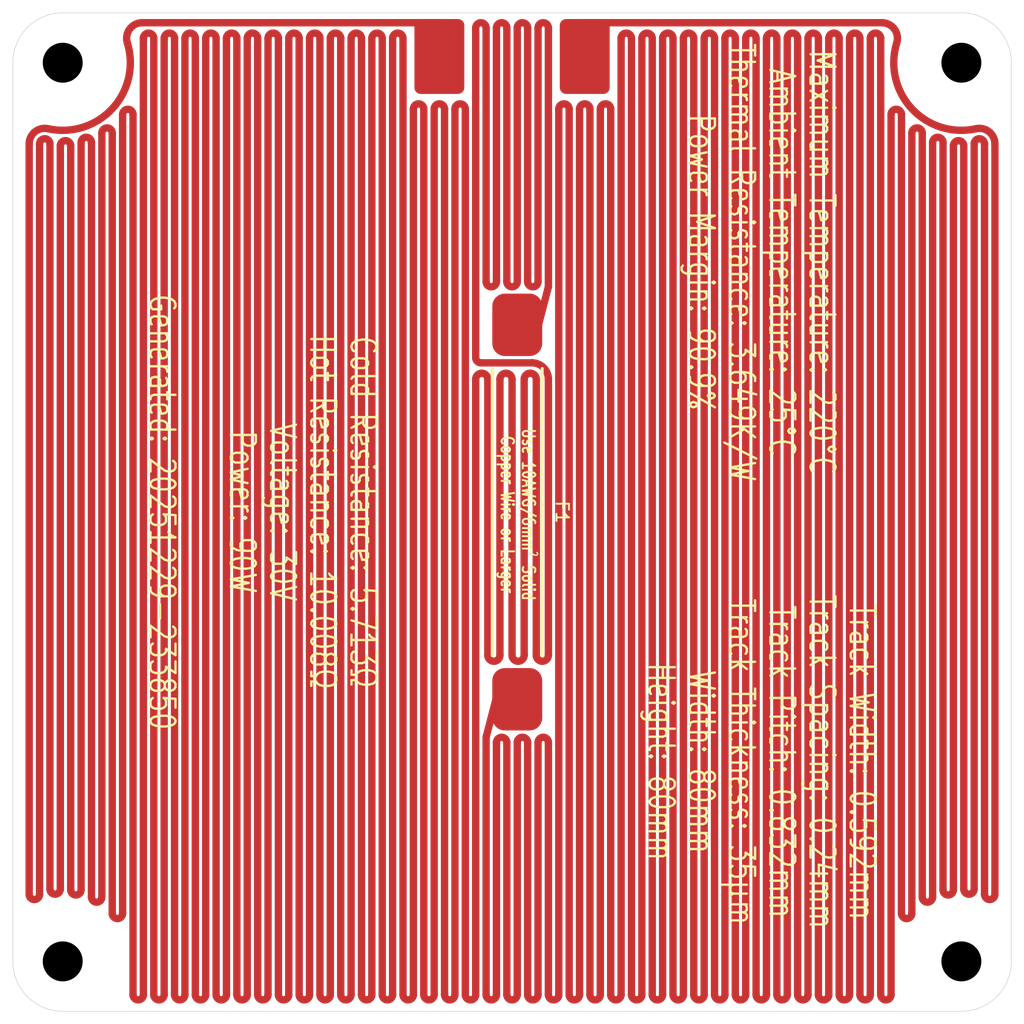
<source format=kicad_pcb>
(kicad_pcb (version 20241229) (generator "pcbnew") (generator_version "9.0")
  (layers (0 "F.Cu" signal) (2 "B.Cu" signal) (13 "F.Paste" user) (15 "B.Paste" user) (5 "F.SilkS" user "F.Silkscreen") (7 "B.SilkS" user "B.Silkscreen") (1 "F.Mask" user) (3 "B.Mask" user) (25 "Edge.Cuts" user))
  (net 0 "")
  (net 1 "Net-(J2-Pin_1)")
  (net 2 "Net-(J1-Pin_1)")
  (footprint "blg:MountingHole_3.2mm_M3_NoPad_TopLarge" (layer "F.Cu") (at 141 69)
    (property "Reference" "REF**" (hide yes))
    (property "Value" "MountingHole_3.2mm_M3_NoPad_TopLarge" (hide yes))
    (pad "" np_thru_hole circle (at 0 0) (size 7.6 7.6) (drill 3.2) (layers))
  )
  (footprint "blg:SMD_PowerConnection_4x6mm" (layer "F.Cu") (at 110.824 68.5 -90)
    (property "Reference" "J2" (hide yes))
    (property "Value" "Hotplate_Power_Connection" (hide yes))
    (pad "1" smd roundrect (at 0 0 270) (size 6 4) (layers "F.Cu" "F.Mask" "F.Paste") (roundrect_rratio 0.125) (net 1 "Net-(J2-Pin_1)"))
  )
  (footprint "blg:MountingHole_3.2mm_M3_NoPad_TopLarge" (layer "F.Cu") (at 69 141)
    (property "Reference" "REF**" (hide yes))
    (property "Value" "MountingHole_3.2mm_M3_NoPad_TopLarge" (hide yes))
    (pad "" np_thru_hole circle (at 0 0) (size 7.6 7.6) (drill 3.2) (layers))
  )
  (footprint "blg:MountingHole_3.2mm_M3_NoPad_TopLarge" (layer "F.Cu") (at 141 141)
    (property "Reference" "REF**" (hide yes))
    (property "Value" "MountingHole_3.2mm_M3_NoPad_TopLarge" (hide yes))
    (pad "" np_thru_hole circle (at 0 0) (size 7.6 7.6) (drill 3.2) (layers))
  )
  (footprint "blg:SMD_PowerConnection_4x6mm" (layer "F.Cu") (at 99.176 68.5 -90)
    (property "Reference" "J1" (hide yes))
    (property "Value" "Hotplate_Power_Connection" (hide yes))
    (pad "1" smd roundrect (at 0 0 270) (size 6 4) (layers "F.Cu" "F.Mask" "F.Paste") (roundrect_rratio 0.125) (net 2 "Net-(J1-Pin_1)"))
  )
  (footprint "blg:Thermal Fuse, SN100C, Front, 35mm" (layer "F.Cu") (at 105.416 105 -90)
    (property "Reference" "F1" (at 0 -3.6 270) (layer "F.SilkS"))
    (property "Value" "~")
    (fp_line (start -11.5 2) (end 11.5 2) (stroke (width 0.25)) (layer "F.SilkS"))
    (fp_line (start -11.5 -2) (end 11.5 -2) (stroke (width 0.25)) (layer "F.SilkS"))
    (fp_text user "Use 10AWG/6mm  Solid" (at 0.2 -0.9 270) (layer "F.SilkS") (effects (font (size 1 0.75))))
    (fp_text user "2" (at 3.35 -1.3 270) (layer "F.SilkS") (effects (font (size 0.6 0.4) (thickness 0.1))))
    (fp_text user "Copper Wire or Larger" (at 0.2 0.8 270) (layer "F.SilkS") (effects (font (size 1 0.75))))
    (pad "1" smd roundrect (at -15 0 270) (size 5 4) (layers "F.Cu" "F.Mask") (net 2 "Net-(J1-Pin_1)"))
    (pad "2" smd roundrect (at 15 0 270) (size 5 4) (layers "F.Cu" "F.Mask") (net 1 "Net-(J2-Pin_1)"))
  )
  (footprint "blg:MountingHole_3.2mm_M3_NoPad_TopLarge" (layer "F.Cu") (at 69 69)
    (property "Reference" "REF**" (hide yes))
    (property "Value" "MountingHole_3.2mm_M3_NoPad_TopLarge" (hide yes))
    (pad "" np_thru_hole circle (at 0 0) (size 7.6 7.6) (drill 3.2) (layers))
  )
  (gr_arc (start 65 69) (mid 66.171573 66.171573) (end 69 65) (stroke (width 0.05)) (layer "Edge.Cuts"))
  (gr_line (start 145 69) (end 145 141) (stroke (width 0.05)) (layer "Edge.Cuts"))
  (gr_arc (start 69 145) (mid 66.171573 143.828427) (end 65 141) (stroke (width 0.05)) (layer "Edge.Cuts"))
  (gr_line (start 69 145) (end 141 145) (stroke (width 0.05)) (layer "Edge.Cuts"))
  (gr_line (start 65 69) (end 65 141) (stroke (width 0.05)) (layer "Edge.Cuts"))
  (gr_arc (start 145 141) (mid 143.828427 143.828427) (end 141 145) (stroke (width 0.05)) (layer "Edge.Cuts"))
  (gr_arc (start 141 65) (mid 143.828427 66.171573) (end 145 69) (stroke (width 0.05)) (layer "Edge.Cuts"))
  (gr_line (start 69 65) (end 141 65) (stroke (width 0.05)) (layer "Edge.Cuts"))
  (gr_text "Track Width: 0.592mm\nTrack Spacing: 0.24mm\nTrack Pitch: 0.832mm\nTrack Thickness: 35µm\nWidth: 80mm\nHeight: 80mm" (at 125 125 270) (layer "F.SilkS") (effects (font (size 2 1.5) (thickness 0.1875))))
  (gr_text "Maximum Temperature: 220°C\nAmbient Temperature: 25°C\nThermal Resistance: 3.649K/W\nPower Margin: 90.9%" (at 125 85 270) (layer "F.SilkS") (effects (font (size 2 1.5) (thickness 0.1875))))
  (gr_text "Cold Resistance: 5.713Ω\nHot Resistance: 10.008Ω\nVoltage: 30V\nPower: 90W\n\nGenerated: 20251229-233850" (at 85 105 270) (layer "F.SilkS") (effects (font (size 2 1.5) (thickness 0.1875))))
  (segment (start 134.629524 65.795999) (end 110.824 65.795999) (width 0.592) (layer "F.Cu") (net 1))
  (segment (start 109.576 72.712) (end 109.576 143.667999) (width 0.592) (layer "F.Cu") (net 1))
  (segment (start 112.071999 143.667999) (end 112.071999 72.712) (width 0.592) (layer "F.Cu") (net 1))
  (segment (start 106.247999 123.461999) (end 106.247999 143.667999) (width 0.592) (layer "F.Cu") (net 1))
  (segment (start 113.735999 143.667999) (end 113.735999 67.044) (width 0.592) (layer "F.Cu") (net 1))
  (segment (start 138.696 135.841141) (end 138.696 75.390958) (width 0.592) (layer "F.Cu") (net 1))
  (segment (start 123.72 143.667999) (end 123.72 67.044) (width 0.592) (layer "F.Cu") (net 1))
  (segment (start 110.824 65.795999) (end 110.824 68.499999) (width 0.592) (layer "F.Cu") (net 1))
  (segment (start 130.376 143.667999) (end 130.376 67.044) (width 0.592) (layer "F.Cu") (net 1))
  (segment (start 143.688 135.628758) (end 143.688 75.506557) (width 0.592) (layer "F.Cu") (net 1))
  (segment (start 105.416 143.667999) (end 105.416 123.461999) (width 0.592) (layer "F.Cu") (net 1))
  (segment (start 141.191999 75.660234) (end 141.191999 135.199779) (width 0.592) (layer "F.Cu") (net 1))
  (segment (start 117.896 67.044) (end 117.896 143.667999) (width 0.592) (layer "F.Cu") (net 1))
  (segment (start 139.528 75.390958) (end 139.528 135.264401) (width 0.592) (layer "F.Cu") (net 1))
  (segment (start 121.224 67.044) (end 121.224 143.667999) (width 0.592) (layer "F.Cu") (net 1))
  (segment (start 119.56 67.044) (end 119.56 143.667999) (width 0.592) (layer "F.Cu") (net 1))
  (segment (start 104.584 123.461999) (end 104.584 143.667999) (width 0.592) (layer "F.Cu") (net 1))
  (segment (start 131.208 67.044) (end 131.208 143.667999) (width 0.592) (layer "F.Cu") (net 1))
  (segment (start 112.904 72.712) (end 112.904 143.667999) (width 0.592) (layer "F.Cu") (net 1))
  (segment (start 117.064 143.667999) (end 117.064 67.044) (width 0.592) (layer "F.Cu") (net 1))
  (segment (start 115.399999 143.667999) (end 115.399999 67.044) (width 0.592) (layer "F.Cu") (net 1))
  (segment (start 135.368 143.667999) (end 135.368 73.147558) (width 0.592) (layer "F.Cu") (net 1))
  (segment (start 107.08 143.667999) (end 107.08 123.461999) (width 0.592) (layer "F.Cu") (net 1))
  (segment (start 133.703999 143.667999) (end 133.703999 67.044) (width 0.592) (layer "F.Cu") (net 1))
  (segment (start 137.863999 74.638456) (end 137.863999 135.841141) (width 0.592) (layer "F.Cu") (net 1))
  (segment (start 103.752 143.667999) (end 103.752 123.461999) (width 0.592) (layer "F.Cu") (net 1))
  (segment (start 129.543999 67.044) (end 129.543999 143.667999) (width 0.592) (layer "F.Cu") (net 1))
  (segment (start 116.231999 67.044) (end 116.231999 143.667999) (width 0.592) (layer "F.Cu") (net 1))
  (segment (start 102.92 123.045999) (end 103.712 120) (width 0.592) (layer "F.Cu") (net 1))
  (segment (start 142.856 75.506557) (end 142.856 135.628758) (width 0.592) (layer "F.Cu") (net 1))
  (segment (start 132.039999 143.667999) (end 132.039999 67.044) (width 0.592) (layer "F.Cu") (net 1))
  (segment (start 122.887999 67.044) (end 122.887999 143.667999) (width 0.592) (layer "F.Cu") (net 1))
  (segment (start 128.711999 143.667999) (end 128.711999 67.044) (width 0.592) (layer "F.Cu") (net 1))
  (segment (start 125.384 143.667999) (end 125.384 67.044) (width 0.592) (layer "F.Cu") (net 1))
  (segment (start 136.2 73.147558) (end 136.2 137.153863) (width 0.592) (layer "F.Cu") (net 1))
  (segment (start 120.392 143.667999) (end 120.392 67.044) (width 0.592) (layer "F.Cu") (net 1))
  (segment (start 126.216 67.044) (end 126.216 143.667999) (width 0.592) (layer "F.Cu") (net 1))
  (segment (start 110.407999 143.667999) (end 110.407999 72.712) (width 0.592) (layer "F.Cu") (net 1))
  (segment (start 137.031999 137.153863) (end 137.031999 74.638456) (width 0.592) (layer "F.Cu") (net 1))
  (segment (start 102.92 123.045999) (end 102.92 143.667999) (width 0.592) (layer "F.Cu") (net 1))
  (segment (start 140.36 135.264401) (end 140.36 75.660234) (width 0.592) (layer "F.Cu") (net 1))
  (segment (start 127.88 67.044) (end 127.88 143.667999) (width 0.592) (layer "F.Cu") (net 1))
  (segment (start 127.047999 143.667999) (end 127.047999 67.044) (width 0.592) (layer "F.Cu") (net 1))
  (segment (start 124.551999 67.044) (end 124.551999 143.667999) (width 0.592) (layer "F.Cu") (net 1))
  (segment (start 103.712 120) (end 105.416 120) (width 0.592) (layer "F.Cu") (net 1))
  (segment (start 108.744 143.667999) (end 108.744 72.712) (width 0.592) (layer "F.Cu") (net 1))
  (segment (start 111.24 72.712) (end 111.24 143.667999) (width 0.592) (layer "F.Cu") (net 1))
  (segment (start 122.056 143.667999) (end 122.056 67.044) (width 0.592) (layer "F.Cu") (net 1))
  (segment (start 107.911999 123.461999) (end 107.911999 143.667999) (width 0.592) (layer "F.Cu") (net 1))
  (segment (start 118.728 143.667999) (end 118.728 67.044) (width 0.592) (layer "F.Cu") (net 1))
  (segment (start 132.871999 67.044) (end 132.871999 143.667999) (width 0.592) (layer "F.Cu") (net 1))
  (segment (start 134.536 67.044) (end 134.536 143.667999) (width 0.592) (layer "F.Cu") (net 1))
  (segment (start 142.023999 135.199779) (end 142.023999 75.506557) (width 0.592) (layer "F.Cu") (net 1))
  (segment (start 114.567999 67.044) (end 114.567999 143.667999) (width 0.592) (layer "F.Cu") (net 1))
  (arc (start 139.528 135.264401) (mid 139.944 135.680401) (end 140.36 135.264401) (width 0.592) (layer "F.Cu") (net 1))
  (arc (start 130.376 67.044) (mid 130.792 66.627999) (end 131.208 67.044) (width 0.592) (layer "F.Cu") (net 1))
  (arc (start 123.72 67.044) (mid 124.136 66.627999) (end 124.551999 67.044) (width 0.592) (layer "F.Cu") (net 1))
  (arc (start 114.567999 143.667999) (mid 114.984 144.084) (end 115.399999 143.667999) (width 0.592) (layer "F.Cu") (net 1))
  (arc (start 105.416 123.461999) (mid 105.832 123.045999) (end 106.247999 123.461999) (width 0.592) (layer "F.Cu") (net 1))
  (arc (start 142.856 135.628758) (mid 143.272 136.044758) (end 143.688 135.628758) (width 0.592) (layer "F.Cu") (net 1))
  (arc (start 132.039999 67.044) (mid 132.455999 66.627999) (end 132.871999 67.044) (width 0.592) (layer "F.Cu") (net 1))
  (arc (start 132.871999 143.667999) (mid 133.287999 144.084) (end 133.703999 143.667999) (width 0.592) (layer "F.Cu") (net 1))
  (arc (start 136.2 137.153863) (mid 136.616 137.569863) (end 137.031999 137.153863) (width 0.592) (layer "F.Cu") (net 1))
  (arc (start 116.231999 143.667999) (mid 116.647999 144.084) (end 117.064 143.667999) (width 0.592) (layer "F.Cu") (net 1))
  (arc (start 108.744 72.712) (mid 109.16 72.295999) (end 109.576 72.712) (width 0.592) (layer "F.Cu") (net 1))
  (arc (start 125.384 67.044) (mid 125.8 66.627999) (end 126.216 67.044) (width 0.592) (layer "F.Cu") (net 1))
  (arc (start 112.071999 72.712) (mid 112.487999 72.295999) (end 112.904 72.712) (width 0.592) (layer "F.Cu") (net 1))
  (arc (start 131.208 143.667999) (mid 131.624 144.084) (end 132.039999 143.667999) (width 0.592) (layer "F.Cu") (net 1))
  (arc (start 129.543999 143.667999) (mid 129.959999 144.084) (end 130.376 143.667999) (width 0.592) (layer "F.Cu") (net 1))
  (arc (start 119.56 143.667999) (mid 119.976 144.084) (end 120.392 143.667999) (width 0.592) (layer "F.Cu") (net 1))
  (arc (start 133.703999 67.044) (mid 134.119999 66.627999) (end 134.536 67.044) (width 0.592) (layer "F.Cu") (net 1))
  (arc (start 141.191999 135.199779) (mid 141.607999 135.615779) (end 142.023999 135.199779) (width 0.592) (layer "F.Cu") (net 1))
  (arc (start 117.896 143.667999) (mid 118.312 144.084) (end 118.728 143.667999) (width 0.592) (layer "F.Cu") (net 1))
  (arc (start 127.88 143.667999) (mid 128.295999 144.084) (end 128.711999 143.667999) (width 0.592) (layer "F.Cu") (net 1))
  (arc (start 121.224 143.667999) (mid 121.64 144.084) (end 122.056 143.667999) (width 0.592) (layer "F.Cu") (net 1))
  (arc (start 112.904 143.667999) (mid 113.32 144.084) (end 113.735999 143.667999) (width 0.592) (layer "F.Cu") (net 1))
  (arc (start 107.08 123.461999) (mid 107.496 123.045999) (end 107.911999 123.461999) (width 0.592) (layer "F.Cu") (net 1))
  (arc (start 142.023999 75.506557) (mid 142.439999 75.090557) (end 142.856 75.506557) (width 0.592) (layer "F.Cu") (net 1))
  (arc (start 134.629524 65.795999) (mid 135.633182 66.302262) (end 135.822554 67.410309) (width 0.592) (layer "F.Cu") (net 1))
  (arc (start 137.031999 74.638456) (mid 137.447999 74.222456) (end 137.863999 74.638456) (width 0.592) (layer "F.Cu") (net 1))
  (arc (start 111.24 143.667999) (mid 111.655999 144.084) (end 112.071999 143.667999) (width 0.592) (layer "F.Cu") (net 1))
  (arc (start 140.36 75.660234) (mid 140.775999 75.244234) (end 141.191999 75.660234) (width 0.592) (layer "F.Cu") (net 1))
  (arc (start 138.696 75.390958) (mid 139.112 74.974958) (end 139.528 75.390958) (width 0.592) (layer "F.Cu") (net 1))
  (arc (start 137.863999 135.841141) (mid 138.279999 136.257141) (end 138.696 135.841141) (width 0.592) (layer "F.Cu") (net 1))
  (arc (start 142.170324 74.288042) (mid 137.020042 72.673281) (end 135.822554 67.410309) (width 0.592) (layer "F.Cu") (net 1))
  (arc (start 118.728 67.044) (mid 119.144 66.627999) (end 119.56 67.044) (width 0.592) (layer "F.Cu") (net 1))
  (arc (start 117.064 67.044) (mid 117.48 66.627999) (end 117.896 67.044) (width 0.592) (layer "F.Cu") (net 1))
  (arc (start 143.688 75.506557) (mid 143.373185 74.677903) (end 142.170324 74.288042) (width 0.592) (layer "F.Cu") (net 1))
  (arc (start 124.551999 143.667999) (mid 124.967999 144.084) (end 125.384 143.667999) (width 0.592) (layer "F.Cu") (net 1))
  (arc (start 113.735999 67.044) (mid 114.151999 66.627999) (end 114.567999 67.044) (width 0.592) (layer "F.Cu") (net 1))
  (arc (start 126.216 143.667999) (mid 126.631999 144.084) (end 127.047999 143.667999) (width 0.592) (layer "F.Cu") (net 1))
  (arc (start 106.247999 143.667999) (mid 106.664 144.084) (end 107.08 143.667999) (width 0.592) (layer "F.Cu") (net 1))
  (arc (start 122.056 67.044) (mid 122.472 66.627999) (end 122.887999 67.044) (width 0.592) (layer "F.Cu") (net 1))
  (arc (start 115.399999 67.044) (mid 115.815999 66.627999) (end 116.231999 67.044) (width 0.592) (layer "F.Cu") (net 1))
  (arc (start 103.752 123.461999) (mid 104.167999 123.045999) (end 104.584 123.461999) (width 0.592) (layer "F.Cu") (net 1))
  (arc (start 109.576 143.667999) (mid 109.991999 144.084) (end 110.407999 143.667999) (width 0.592) (layer "F.Cu") (net 1))
  (arc (start 120.392 67.044) (mid 120.808 66.627999) (end 121.224 67.044) (width 0.592) (layer "F.Cu") (net 1))
  (arc (start 128.711999 67.044) (mid 129.127999 66.627999) (end 129.543999 67.044) (width 0.592) (layer "F.Cu") (net 1))
  (arc (start 110.407999 72.712) (mid 110.824 72.295999) (end 111.24 72.712) (width 0.592) (layer "F.Cu") (net 1))
  (arc (start 127.047999 67.044) (mid 127.464 66.627999) (end 127.88 67.044) (width 0.592) (layer "F.Cu") (net 1))
  (arc (start 102.92 143.667999) (mid 103.336 144.084) (end 103.752 143.667999) (width 0.592) (layer "F.Cu") (net 1))
  (arc (start 135.368 73.147558) (mid 135.784 72.731558) (end 136.2 73.147558) (width 0.592) (layer "F.Cu") (net 1))
  (arc (start 134.536 143.667999) (mid 134.952 144.084) (end 135.368 143.667999) (width 0.592) (layer "F.Cu") (net 1))
  (arc (start 104.584 143.667999) (mid 105 144.084) (end 105.416 143.667999) (width 0.592) (layer "F.Cu") (net 1))
  (arc (start 107.911999 143.667999) (mid 108.327999 144.084) (end 108.744 143.667999) (width 0.592) (layer "F.Cu") (net 1))
  (arc (start 122.887999 143.667999) (mid 123.304 144.084) (end 123.72 143.667999) (width 0.592) (layer "F.Cu") (net 1))
  (segment (start 97.096 72.712) (end 97.096 143.667999) (width 0.592) (layer "F.Cu") (net 2))
  (segment (start 70.472 75.390958) (end 70.472 135.264401) (width 0.592) (layer "F.Cu") (net 2))
  (segment (start 82.12 67.044) (end 82.12 143.667999) (width 0.592) (layer "F.Cu") (net 2))
  (segment (start 90.44 67.044) (end 90.44 143.667999) (width 0.592) (layer "F.Cu") (net 2))
  (segment (start 86.28 143.667999) (end 86.28 67.044) (width 0.592) (layer "F.Cu") (net 2))
  (segment (start 95.431999 67.044) (end 95.431999 143.667999) (width 0.592) (layer "F.Cu") (net 2))
  (segment (start 84.616 143.667999) (end 84.616 67.044) (width 0.592) (layer "F.Cu") (net 2))
  (segment (start 107.12 90) (end 105.416 90) (width 0.592) (layer "F.Cu") (net 2))
  (segment (start 72.967999 137.153863) (end 72.967999 74.638456) (width 0.592) (layer "F.Cu") (net 2))
  (segment (start 74.631999 143.667999) (end 74.631999 73.147558) (width 0.592) (layer "F.Cu") (net 2))
  (segment (start 104.999999 116.468666) (end 104.999999 94.363333) (width 0.592) (layer "F.Cu") (net 2))
  (segment (start 75.370475 65.795999) (end 99.176 65.795999) (width 0.592) (layer "F.Cu") (net 2))
  (segment (start 77.128 67.044) (end 77.128 143.667999) (width 0.592) (layer "F.Cu") (net 2))
  (segment (start 71.303999 135.841141) (end 71.303999 75.390958) (width 0.592) (layer "F.Cu") (net 2))
  (segment (start 94.6 143.667999) (end 94.6 67.044) (width 0.592) (layer "F.Cu") (net 2))
  (segment (start 106.247999 86.538) (end 106.247999 66.211999) (width 0.592) (layer "F.Cu") (net 2))
  (segment (start 106.941333 116.468666) (end 106.941333 94.363333) (width 0.592) (layer "F.Cu") (net 2))
  (segment (start 81.288 143.667999) (end 81.288 67.044) (width 0.592) (layer "F.Cu") (net 2))
  (segment (start 102.504 93.045999) (end 106.594666 93.045999) (width 0.592) (layer "F.Cu") (net 2))
  (segment (start 100.423999 72.712) (end 100.423999 143.667999) (width 0.592) (layer "F.Cu") (net 2))
  (segment (start 107.911999 86.954) (end 107.12 90) (width 0.592) (layer "F.Cu") (net 2))
  (segment (start 73.8 73.147558) (end 73.8 137.153863) (width 0.592) (layer "F.Cu") (net 2))
  (segment (start 79.624 143.667999) (end 79.624 67.044) (width 0.592) (layer "F.Cu") (net 2))
  (segment (start 102.088 66.211999) (end 102.088 92.63) (width 0.592) (layer "F.Cu") (net 2))
  (segment (start 87.112 67.044) (end 87.112 143.667999) (width 0.592) (layer "F.Cu") (net 2))
  (segment (start 93.767999 67.044) (end 93.767999 143.667999) (width 0.592) (layer "F.Cu") (net 2))
  (segment (start 76.296 143.667999) (end 76.296 67.044) (width 0.592) (layer "F.Cu") (net 2))
  (segment (start 69.64 135.264401) (end 69.64 75.660234) (width 0.592) (layer "F.Cu") (net 2))
  (segment (start 102.087999 94.363333) (end 102.088 143.667999) (width 0.592) (layer "F.Cu") (net 2))
  (segment (start 107.911999 94.363333) (end 107.911999 116.468666) (width 0.592) (layer "F.Cu") (net 2))
  (segment (start 89.607999 143.667999) (end 89.607999 67.044) (width 0.592) (layer "F.Cu") (net 2))
  (segment (start 92.936 143.667999) (end 92.936 67.044) (width 0.592) (layer "F.Cu") (net 2))
  (segment (start 104.584 86.538) (end 104.584 66.211999) (width 0.592) (layer "F.Cu") (net 2))
  (segment (start 75.464 67.044) (end 75.464 143.667999) (width 0.592) (layer "F.Cu") (net 2))
  (segment (start 103.058666 116.468666) (end 103.058666 94.363333) (width 0.592) (layer "F.Cu") (net 2))
  (segment (start 97.928 143.667999) (end 97.928 72.712) (width 0.592) (layer "F.Cu") (net 2))
  (segment (start 67.143999 75.506557) (end 67.143999 135.628758) (width 0.592) (layer "F.Cu") (net 2))
  (segment (start 85.448 67.044) (end 85.448 143.667999) (width 0.592) (layer "F.Cu") (net 2))
  (segment (start 96.264 143.667999) (end 96.264 67.044) (width 0.592) (layer "F.Cu") (net 2))
  (segment (start 98.76 72.712) (end 98.76 143.667999) (width 0.592) (layer "F.Cu") (net 2))
  (segment (start 103.752 66.211999) (end 103.752 86.538) (width 0.592) (layer "F.Cu") (net 2))
  (segment (start 78.792 67.044) (end 78.792 143.667999) (width 0.592) (layer "F.Cu") (net 2))
  (segment (start 72.136 74.638456) (end 72.136 135.841141) (width 0.592) (layer "F.Cu") (net 2))
  (segment (start 68.808 75.660234) (end 68.808 135.199779) (width 0.592) (layer "F.Cu") (net 2))
  (segment (start 80.456 67.044) (end 80.456 143.667999) (width 0.592) (layer "F.Cu") (net 2))
  (segment (start 92.103999 67.044) (end 92.103999 143.667999) (width 0.592) (layer "F.Cu") (net 2))
  (segment (start 87.943999 143.667999) (end 87.943999 67.044) (width 0.592) (layer "F.Cu") (net 2))
  (segment (start 105.970666 94.363333) (end 105.970666 116.468666) (width 0.592) (layer "F.Cu") (net 2))
  (segment (start 107.08 66.211999) (end 107.08 86.538) (width 0.592) (layer "F.Cu") (net 2))
  (segment (start 91.271999 143.667999) (end 91.271999 67.044) (width 0.592) (layer "F.Cu") (net 2))
  (segment (start 77.96 143.667999) (end 77.96 67.044) (width 0.592) (layer "F.Cu") (net 2))
  (segment (start 82.952 143.667999) (end 82.952 67.044) (width 0.592) (layer "F.Cu") (net 2))
  (segment (start 105.416 66.211999) (end 105.416 86.538) (width 0.592) (layer "F.Cu") (net 2))
  (segment (start 104.029333 94.363333) (end 104.029333 116.468666) (width 0.592) (layer "F.Cu") (net 2))
  (segment (start 67.976 135.199779) (end 67.976 75.506557) (width 0.592) (layer "F.Cu") (net 2))
  (segment (start 83.783999 67.044) (end 83.783999 143.667999) (width 0.592) (layer "F.Cu") (net 2))
  (segment (start 107.911999 86.954) (end 107.911999 66.211999) (width 0.592) (layer "F.Cu") (net 2))
  (segment (start 101.256 143.667999) (end 101.256 72.712) (width 0.592) (layer "F.Cu") (net 2))
  (segment (start 66.312 135.628758) (end 66.312 75.506557) (width 0.592) (layer "F.Cu") (net 2))
  (segment (start 99.176 65.795999) (end 99.176 68.499999) (width 0.592) (layer "F.Cu") (net 2))
  (segment (start 99.592 143.667999) (end 99.592 72.712) (width 0.592) (layer "F.Cu") (net 2))
  (segment (start 102.92 86.538) (end 102.92 66.211999) (width 0.592) (layer "F.Cu") (net 2))
  (segment (start 88.776 67.044) (end 88.776 143.667999) (width 0.592) (layer "F.Cu") (net 2))
  (arc (start 100.423999 143.667999) (mid 100.008 144.084) (end 99.592 143.667999) (width 0.592) (layer "F.Cu") (net 2))
  (arc (start 106.941333 94.363333) (mid 106.455999 93.877999) (end 105.970666 94.363333) (width 0.592) (layer "F.Cu") (net 2))
  (arc (start 105.970666 116.468666) (mid 105.485333 116.954) (end 104.999999 116.468666) (width 0.592) (layer "F.Cu") (net 2))
  (arc (start 104.999999 94.363333) (mid 104.514666 93.877999) (end 104.029333 94.363333) (width 0.592) (layer "F.Cu") (net 2))
  (arc (start 85.448 143.667999) (mid 85.032 144.084) (end 84.616 143.667999) (width 0.592) (layer "F.Cu") (net 2))
  (arc (start 79.624 67.044) (mid 79.208 66.627999) (end 78.792 67.044) (width 0.592) (layer "F.Cu") (net 2))
  (arc (start 86.28 67.044) (mid 85.863999 66.627999) (end 85.448 67.044) (width 0.592) (layer "F.Cu") (net 2))
  (arc (start 67.143999 135.628758) (mid 66.727999 136.044758) (end 66.312 135.628758) (width 0.592) (layer "F.Cu") (net 2))
  (arc (start 88.776 143.667999) (mid 88.36 144.084) (end 87.943999 143.667999) (width 0.592) (layer "F.Cu") (net 2))
  (arc (start 80.456 143.667999) (mid 80.04 144.084) (end 79.624 143.667999) (width 0.592) (layer "F.Cu") (net 2))
  (arc (start 77.128 143.667999) (mid 76.712 144.084) (end 76.296 143.667999) (width 0.592) (layer "F.Cu") (net 2))
  (arc (start 105.416 86.538) (mid 105 86.954) (end 104.584 86.538) (width 0.592) (layer "F.Cu") (net 2))
  (arc (start 89.607999 67.044) (mid 89.192 66.627999) (end 88.776 67.044) (width 0.592) (layer "F.Cu") (net 2))
  (arc (start 98.76 143.667999) (mid 98.344 144.084) (end 97.928 143.667999) (width 0.592) (layer "F.Cu") (net 2))
  (arc (start 91.271999 67.044) (mid 90.856 66.627999) (end 90.44 67.044) (width 0.592) (layer "F.Cu") (net 2))
  (arc (start 67.976 75.506557) (mid 67.559999 75.090557) (end 67.143999 75.506557) (width 0.592) (layer "F.Cu") (net 2))
  (arc (start 106.247999 66.211999) (mid 105.832 65.795999) (end 105.416 66.211999) (width 0.592) (layer "F.Cu") (net 2))
  (arc (start 82.12 143.667999) (mid 81.704 144.084) (end 81.288 143.667999) (width 0.592) (layer "F.Cu") (net 2))
  (arc (start 70.472 135.264401) (mid 70.056 135.680401) (end 69.64 135.264401) (width 0.592) (layer "F.Cu") (net 2))
  (arc (start 92.936 67.044) (mid 92.52 66.627999) (end 92.103999 67.044) (width 0.592) (layer "F.Cu") (net 2))
  (arc (start 102.504 93.045999) (mid 102.209843 92.924156) (end 102.088 92.63) (width 0.592) (layer "F.Cu") (net 2))
  (arc (start 99.592 72.712) (mid 99.176 72.295999) (end 98.76 72.712) (width 0.592) (layer "F.Cu") (net 2))
  (arc (start 69.64 75.660234) (mid 69.223999 75.244234) (end 68.808 75.660234) (width 0.592) (layer "F.Cu") (net 2))
  (arc (start 73.8 137.153863) (mid 73.383999 137.569863) (end 72.967999 137.153863) (width 0.592) (layer "F.Cu") (net 2))
  (arc (start 106.594666 93.045999) (mid 107.526161 93.431838) (end 107.911999 94.363333) (width 0.592) (layer "F.Cu") (net 2))
  (arc (start 82.952 67.044) (mid 82.536 66.627999) (end 82.12 67.044) (width 0.592) (layer "F.Cu") (net 2))
  (arc (start 103.058666 94.363333) (mid 102.573333 93.877999) (end 102.087999 94.363333) (width 0.592) (layer "F.Cu") (net 2))
  (arc (start 75.464 143.667999) (mid 75.047999 144.084) (end 74.631999 143.667999) (width 0.592) (layer "F.Cu") (net 2))
  (arc (start 102.92 66.211999) (mid 102.504 65.795999) (end 102.088 66.211999) (width 0.592) (layer "F.Cu") (net 2))
  (arc (start 104.584 66.211999) (mid 104.167999 65.795999) (end 103.752 66.211999) (width 0.592) (layer "F.Cu") (net 2))
  (arc (start 94.6 67.044) (mid 94.183999 66.627999) (end 93.767999 67.044) (width 0.592) (layer "F.Cu") (net 2))
  (arc (start 103.752 86.538) (mid 103.336 86.954) (end 102.92 86.538) (width 0.592) (layer "F.Cu") (net 2))
  (arc (start 76.296 67.044) (mid 75.88 66.627999) (end 75.464 67.044) (width 0.592) (layer "F.Cu") (net 2))
  (arc (start 92.103999 143.667999) (mid 91.687999 144.084) (end 91.271999 143.667999) (width 0.592) (layer "F.Cu") (net 2))
  (arc (start 84.616 67.044) (mid 84.2 66.627999) (end 83.783999 67.044) (width 0.592) (layer "F.Cu") (net 2))
  (arc (start 87.943999 67.044) (mid 87.527999 66.627999) (end 87.112 67.044) (width 0.592) (layer "F.Cu") (net 2))
  (arc (start 68.808 135.199779) (mid 68.392 135.615779) (end 67.976 135.199779) (width 0.592) (layer "F.Cu") (net 2))
  (arc (start 75.370475 65.795999) (mid 74.366817 66.302262) (end 74.177445 67.410309) (width 0.592) (layer "F.Cu") (net 2))
  (arc (start 71.303999 75.390958) (mid 70.887999 74.974958) (end 70.472 75.390958) (width 0.592) (layer "F.Cu") (net 2))
  (arc (start 87.112 143.667999) (mid 86.696 144.084) (end 86.28 143.667999) (width 0.592) (layer "F.Cu") (net 2))
  (arc (start 97.928 72.712) (mid 97.512 72.295999) (end 97.096 72.712) (width 0.592) (layer "F.Cu") (net 2))
  (arc (start 102.088 143.667999) (mid 101.672 144.084) (end 101.256 143.667999) (width 0.592) (layer "F.Cu") (net 2))
  (arc (start 81.288 67.044) (mid 80.872 66.627999) (end 80.456 67.044) (width 0.592) (layer "F.Cu") (net 2))
  (arc (start 104.029333 116.468666) (mid 103.543999 116.954) (end 103.058666 116.468666) (width 0.592) (layer "F.Cu") (net 2))
  (arc (start 93.767999 143.667999) (mid 93.351999 144.084) (end 92.936 143.667999) (width 0.592) (layer "F.Cu") (net 2))
  (arc (start 95.431999 143.667999) (mid 95.015999 144.084) (end 94.6 143.667999) (width 0.592) (layer "F.Cu") (net 2))
  (arc (start 101.256 72.712) (mid 100.84 72.295999) (end 100.423999 72.712) (width 0.592) (layer "F.Cu") (net 2))
  (arc (start 66.312 75.506557) (mid 66.626814 74.677903) (end 67.829675 74.288042) (width 0.592) (layer "F.Cu") (net 2))
  (arc (start 107.911999 116.468666) (mid 107.426666 116.954) (end 106.941333 116.468666) (width 0.592) (layer "F.Cu") (net 2))
  (arc (start 77.96 67.044) (mid 77.544 66.627999) (end 77.128 67.044) (width 0.592) (layer "F.Cu") (net 2))
  (arc (start 74.631999 73.147558) (mid 74.216 72.731558) (end 73.8 73.147558) (width 0.592) (layer "F.Cu") (net 2))
  (arc (start 67.829675 74.288042) (mid 72.979957 72.673281) (end 74.177445 67.410309) (width 0.592) (layer "F.Cu") (net 2))
  (arc (start 78.792 143.667999) (mid 78.376 144.084) (end 77.96 143.667999) (width 0.592) (layer "F.Cu") (net 2))
  (arc (start 90.44 143.667999) (mid 90.023999 144.084) (end 89.607999 143.667999) (width 0.592) (layer "F.Cu") (net 2))
  (arc (start 97.096 143.667999) (mid 96.68 144.084) (end 96.264 143.667999) (width 0.592) (layer "F.Cu") (net 2))
  (arc (start 72.136 135.841141) (mid 71.72 136.257141) (end 71.303999 135.841141) (width 0.592) (layer "F.Cu") (net 2))
  (arc (start 107.911999 66.211999) (mid 107.496 65.795999) (end 107.08 66.211999) (width 0.592) (layer "F.Cu") (net 2))
  (arc (start 96.264 67.044) (mid 95.847999 66.627999) (end 95.431999 67.044) (width 0.592) (layer "F.Cu") (net 2))
  (arc (start 72.967999 74.638456) (mid 72.551999 74.222456) (end 72.136 74.638456) (width 0.592) (layer "F.Cu") (net 2))
  (arc (start 107.08 86.538) (mid 106.664 86.954) (end 106.247999 86.538) (width 0.592) (layer "F.Cu") (net 2))
  (arc (start 83.783999 143.667999) (mid 83.368 144.084) (end 82.952 143.667999) (width 0.592) (layer "F.Cu") (net 2))
)
</source>
